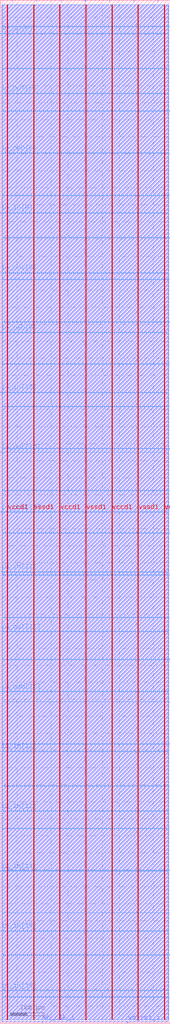
<source format=lef>
VERSION 5.7 ;
  NOWIREEXTENSIONATPIN ON ;
  DIVIDERCHAR "/" ;
  BUSBITCHARS "[]" ;
MACRO user_proj_solar
  CLASS BLOCK ;
  FOREIGN user_proj_solar ;
  ORIGIN 0.000 0.000 ;
  SIZE 500.000 BY 3000.000 ;
  PIN io_in[0]
    DIRECTION INPUT ;
    USE SIGNAL ;
    ANTENNAGATEAREA 0.196500 ;
    PORT
      LAYER met3 ;
        RECT 496.000 76.200 500.000 76.800 ;
    END
  END io_in[0]
  PIN io_in[10]
    DIRECTION INPUT ;
    USE SIGNAL ;
    ANTENNAGATEAREA 0.196500 ;
    PORT
      LAYER met3 ;
        RECT 0.000 1849.640 4.000 1850.240 ;
    END
  END io_in[10]
  PIN io_in[11]
    DIRECTION INPUT ;
    USE SIGNAL ;
    ANTENNAGATEAREA 0.196500 ;
    PORT
      LAYER met3 ;
        RECT 0.000 1323.320 4.000 1323.920 ;
    END
  END io_in[11]
  PIN io_in[12]
    DIRECTION INPUT ;
    USE SIGNAL ;
    PORT
      LAYER met3 ;
        RECT 0.000 797.000 4.000 797.600 ;
    END
  END io_in[12]
  PIN io_in[13]
    DIRECTION INPUT ;
    USE SIGNAL ;
    PORT
      LAYER met3 ;
        RECT 0.000 621.560 4.000 622.160 ;
    END
  END io_in[13]
  PIN io_in[14]
    DIRECTION INPUT ;
    USE SIGNAL ;
    PORT
      LAYER met3 ;
        RECT 0.000 446.120 4.000 446.720 ;
    END
  END io_in[14]
  PIN io_in[15]
    DIRECTION INPUT ;
    USE SIGNAL ;
    PORT
      LAYER met3 ;
        RECT 0.000 270.680 4.000 271.280 ;
    END
  END io_in[15]
  PIN io_in[16]
    DIRECTION INPUT ;
    USE SIGNAL ;
    PORT
      LAYER met3 ;
        RECT 0.000 95.240 4.000 95.840 ;
    END
  END io_in[16]
  PIN io_in[17]
    DIRECTION INPUT ;
    USE SIGNAL ;
    PORT
      LAYER met2 ;
        RECT 463.770 2996.000 464.050 3000.000 ;
    END
  END io_in[17]
  PIN io_in[18]
    DIRECTION INPUT ;
    USE SIGNAL ;
    PORT
      LAYER met2 ;
        RECT 392.470 2996.000 392.750 3000.000 ;
    END
  END io_in[18]
  PIN io_in[19]
    DIRECTION INPUT ;
    USE SIGNAL ;
    PORT
      LAYER met2 ;
        RECT 321.170 2996.000 321.450 3000.000 ;
    END
  END io_in[19]
  PIN io_in[1]
    DIRECTION INPUT ;
    USE SIGNAL ;
    ANTENNAGATEAREA 0.196500 ;
    PORT
      LAYER met3 ;
        RECT 496.000 447.480 500.000 448.080 ;
    END
  END io_in[1]
  PIN io_in[20]
    DIRECTION INPUT ;
    USE SIGNAL ;
    PORT
      LAYER met2 ;
        RECT 249.870 2996.000 250.150 3000.000 ;
    END
  END io_in[20]
  PIN io_in[21]
    DIRECTION INPUT ;
    USE SIGNAL ;
    PORT
      LAYER met2 ;
        RECT 178.570 2996.000 178.850 3000.000 ;
    END
  END io_in[21]
  PIN io_in[22]
    DIRECTION INPUT ;
    USE SIGNAL ;
    PORT
      LAYER met2 ;
        RECT 107.270 2996.000 107.550 3000.000 ;
    END
  END io_in[22]
  PIN io_in[23]
    DIRECTION INPUT ;
    USE SIGNAL ;
    PORT
      LAYER met2 ;
        RECT 35.970 2996.000 36.250 3000.000 ;
    END
  END io_in[23]
  PIN io_in[2]
    DIRECTION INPUT ;
    USE SIGNAL ;
    ANTENNAGATEAREA 0.196500 ;
    PORT
      LAYER met3 ;
        RECT 496.000 818.760 500.000 819.360 ;
    END
  END io_in[2]
  PIN io_in[3]
    DIRECTION INPUT ;
    USE SIGNAL ;
    ANTENNAGATEAREA 0.196500 ;
    PORT
      LAYER met3 ;
        RECT 496.000 1190.040 500.000 1190.640 ;
    END
  END io_in[3]
  PIN io_in[4]
    DIRECTION INPUT ;
    USE SIGNAL ;
    ANTENNAGATEAREA 0.196500 ;
    PORT
      LAYER met3 ;
        RECT 496.000 1561.320 500.000 1561.920 ;
    END
  END io_in[4]
  PIN io_in[5]
    DIRECTION INPUT ;
    USE SIGNAL ;
    ANTENNAGATEAREA 0.196500 ;
    PORT
      LAYER met3 ;
        RECT 496.000 1932.600 500.000 1933.200 ;
    END
  END io_in[5]
  PIN io_in[6]
    DIRECTION INPUT ;
    USE SIGNAL ;
    ANTENNAGATEAREA 0.196500 ;
    PORT
      LAYER met3 ;
        RECT 496.000 2303.880 500.000 2304.480 ;
    END
  END io_in[6]
  PIN io_in[7]
    DIRECTION INPUT ;
    USE SIGNAL ;
    ANTENNAGATEAREA 0.213000 ;
    PORT
      LAYER met3 ;
        RECT 496.000 2675.160 500.000 2675.760 ;
    END
  END io_in[7]
  PIN io_in[8]
    DIRECTION INPUT ;
    USE SIGNAL ;
    ANTENNAGATEAREA 0.213000 ;
    PORT
      LAYER met3 ;
        RECT 0.000 2902.280 4.000 2902.880 ;
    END
  END io_in[8]
  PIN io_in[9]
    DIRECTION INPUT ;
    USE SIGNAL ;
    ANTENNAGATEAREA 0.126000 ;
    PORT
      LAYER met3 ;
        RECT 0.000 2375.960 4.000 2376.560 ;
    END
  END io_in[9]
  PIN io_oeb[0]
    DIRECTION OUTPUT TRISTATE ;
    USE SIGNAL ;
    PORT
      LAYER met3 ;
        RECT 496.000 323.720 500.000 324.320 ;
    END
  END io_oeb[0]
  PIN io_oeb[10]
    DIRECTION OUTPUT TRISTATE ;
    USE SIGNAL ;
    PORT
      LAYER met3 ;
        RECT 0.000 1498.760 4.000 1499.360 ;
    END
  END io_oeb[10]
  PIN io_oeb[11]
    DIRECTION OUTPUT TRISTATE ;
    USE SIGNAL ;
    PORT
      LAYER met3 ;
        RECT 0.000 972.440 4.000 973.040 ;
    END
  END io_oeb[11]
  PIN io_oeb[1]
    DIRECTION OUTPUT TRISTATE ;
    USE SIGNAL ;
    PORT
      LAYER met3 ;
        RECT 496.000 695.000 500.000 695.600 ;
    END
  END io_oeb[1]
  PIN io_oeb[2]
    DIRECTION OUTPUT TRISTATE ;
    USE SIGNAL ;
    PORT
      LAYER met3 ;
        RECT 496.000 1066.280 500.000 1066.880 ;
    END
  END io_oeb[2]
  PIN io_oeb[3]
    DIRECTION OUTPUT TRISTATE ;
    USE SIGNAL ;
    PORT
      LAYER met3 ;
        RECT 496.000 1437.560 500.000 1438.160 ;
    END
  END io_oeb[3]
  PIN io_oeb[4]
    DIRECTION OUTPUT TRISTATE ;
    USE SIGNAL ;
    PORT
      LAYER met3 ;
        RECT 496.000 1808.840 500.000 1809.440 ;
    END
  END io_oeb[4]
  PIN io_oeb[5]
    DIRECTION OUTPUT TRISTATE ;
    USE SIGNAL ;
    PORT
      LAYER met3 ;
        RECT 496.000 2180.120 500.000 2180.720 ;
    END
  END io_oeb[5]
  PIN io_oeb[6]
    DIRECTION OUTPUT TRISTATE ;
    USE SIGNAL ;
    PORT
      LAYER met3 ;
        RECT 496.000 2551.400 500.000 2552.000 ;
    END
  END io_oeb[6]
  PIN io_oeb[7]
    DIRECTION OUTPUT TRISTATE ;
    USE SIGNAL ;
    PORT
      LAYER met3 ;
        RECT 496.000 2922.680 500.000 2923.280 ;
    END
  END io_oeb[7]
  PIN io_oeb[8]
    DIRECTION OUTPUT TRISTATE ;
    USE SIGNAL ;
    PORT
      LAYER met3 ;
        RECT 0.000 2551.400 4.000 2552.000 ;
    END
  END io_oeb[8]
  PIN io_oeb[9]
    DIRECTION OUTPUT TRISTATE ;
    USE SIGNAL ;
    PORT
      LAYER met3 ;
        RECT 0.000 2025.080 4.000 2025.680 ;
    END
  END io_oeb[9]
  PIN io_out[0]
    DIRECTION OUTPUT TRISTATE ;
    USE SIGNAL ;
    ANTENNADIFFAREA 2.673000 ;
    PORT
      LAYER met3 ;
        RECT 496.000 199.960 500.000 200.560 ;
    END
  END io_out[0]
  PIN io_out[10]
    DIRECTION OUTPUT TRISTATE ;
    USE SIGNAL ;
    ANTENNADIFFAREA 2.673000 ;
    PORT
      LAYER met3 ;
        RECT 0.000 1674.200 4.000 1674.800 ;
    END
  END io_out[10]
  PIN io_out[11]
    DIRECTION OUTPUT TRISTATE ;
    USE SIGNAL ;
    ANTENNADIFFAREA 2.673000 ;
    PORT
      LAYER met3 ;
        RECT 0.000 1147.880 4.000 1148.480 ;
    END
  END io_out[11]
  PIN io_out[1]
    DIRECTION OUTPUT TRISTATE ;
    USE SIGNAL ;
    ANTENNADIFFAREA 2.673000 ;
    PORT
      LAYER met3 ;
        RECT 496.000 571.240 500.000 571.840 ;
    END
  END io_out[1]
  PIN io_out[2]
    DIRECTION OUTPUT TRISTATE ;
    USE SIGNAL ;
    ANTENNADIFFAREA 2.673000 ;
    PORT
      LAYER met3 ;
        RECT 496.000 942.520 500.000 943.120 ;
    END
  END io_out[2]
  PIN io_out[3]
    DIRECTION OUTPUT TRISTATE ;
    USE SIGNAL ;
    ANTENNADIFFAREA 2.673000 ;
    PORT
      LAYER met3 ;
        RECT 496.000 1313.800 500.000 1314.400 ;
    END
  END io_out[3]
  PIN io_out[4]
    DIRECTION OUTPUT TRISTATE ;
    USE SIGNAL ;
    ANTENNADIFFAREA 2.673000 ;
    PORT
      LAYER met3 ;
        RECT 496.000 1685.080 500.000 1685.680 ;
    END
  END io_out[4]
  PIN io_out[5]
    DIRECTION OUTPUT TRISTATE ;
    USE SIGNAL ;
    ANTENNADIFFAREA 2.673000 ;
    PORT
      LAYER met3 ;
        RECT 496.000 2056.360 500.000 2056.960 ;
    END
  END io_out[5]
  PIN io_out[6]
    DIRECTION OUTPUT TRISTATE ;
    USE SIGNAL ;
    ANTENNADIFFAREA 2.673000 ;
    PORT
      LAYER met3 ;
        RECT 496.000 2427.640 500.000 2428.240 ;
    END
  END io_out[6]
  PIN io_out[7]
    DIRECTION OUTPUT TRISTATE ;
    USE SIGNAL ;
    ANTENNADIFFAREA 2.673000 ;
    PORT
      LAYER met3 ;
        RECT 496.000 2798.920 500.000 2799.520 ;
    END
  END io_out[7]
  PIN io_out[8]
    DIRECTION OUTPUT TRISTATE ;
    USE SIGNAL ;
    ANTENNADIFFAREA 2.673000 ;
    PORT
      LAYER met3 ;
        RECT 0.000 2726.840 4.000 2727.440 ;
    END
  END io_out[8]
  PIN io_out[9]
    DIRECTION OUTPUT TRISTATE ;
    USE SIGNAL ;
    ANTENNADIFFAREA 2.673000 ;
    PORT
      LAYER met3 ;
        RECT 0.000 2200.520 4.000 2201.120 ;
    END
  END io_out[9]
  PIN vccd1
    DIRECTION INOUT ;
    USE POWER ;
    PORT
      LAYER met4 ;
        RECT 21.040 10.640 22.640 2986.800 ;
    END
    PORT
      LAYER met4 ;
        RECT 174.640 10.640 176.240 2986.800 ;
    END
    PORT
      LAYER met4 ;
        RECT 328.240 10.640 329.840 2986.800 ;
    END
    PORT
      LAYER met4 ;
        RECT 481.840 10.640 483.440 2986.800 ;
    END
  END vccd1
  PIN vssd1
    DIRECTION INOUT ;
    USE GROUND ;
    PORT
      LAYER met4 ;
        RECT 97.840 10.640 99.440 2986.800 ;
    END
    PORT
      LAYER met4 ;
        RECT 251.440 10.640 253.040 2986.800 ;
    END
    PORT
      LAYER met4 ;
        RECT 405.040 10.640 406.640 2986.800 ;
    END
  END vssd1
  PIN wb_clk_i
    DIRECTION INPUT ;
    USE SIGNAL ;
    ANTENNAGATEAREA 0.852000 ;
    ANTENNADIFFAREA 0.434700 ;
    PORT
      LAYER met2 ;
        RECT 124.750 0.000 125.030 4.000 ;
    END
  END wb_clk_i
  PIN wb_rst_i
    DIRECTION INPUT ;
    USE SIGNAL ;
    ANTENNAGATEAREA 0.990000 ;
    PORT
      LAYER met2 ;
        RECT 374.530 0.000 374.810 4.000 ;
    END
  END wb_rst_i
  OBS
      LAYER li1 ;
        RECT 5.520 10.795 494.040 2986.645 ;
      LAYER met1 ;
        RECT 4.670 10.640 494.430 2986.800 ;
      LAYER met2 ;
        RECT 4.690 4.280 494.410 2986.745 ;
        RECT 4.690 4.000 124.470 4.280 ;
        RECT 125.310 4.000 374.250 4.280 ;
        RECT 375.090 4.000 494.410 4.280 ;
      LAYER met3 ;
        RECT 3.990 2923.680 496.000 2986.725 ;
        RECT 3.990 2922.280 495.600 2923.680 ;
        RECT 3.990 2903.280 496.000 2922.280 ;
        RECT 4.400 2901.880 496.000 2903.280 ;
        RECT 3.990 2799.920 496.000 2901.880 ;
        RECT 3.990 2798.520 495.600 2799.920 ;
        RECT 3.990 2727.840 496.000 2798.520 ;
        RECT 4.400 2726.440 496.000 2727.840 ;
        RECT 3.990 2676.160 496.000 2726.440 ;
        RECT 3.990 2674.760 495.600 2676.160 ;
        RECT 3.990 2552.400 496.000 2674.760 ;
        RECT 4.400 2551.000 495.600 2552.400 ;
        RECT 3.990 2428.640 496.000 2551.000 ;
        RECT 3.990 2427.240 495.600 2428.640 ;
        RECT 3.990 2376.960 496.000 2427.240 ;
        RECT 4.400 2375.560 496.000 2376.960 ;
        RECT 3.990 2304.880 496.000 2375.560 ;
        RECT 3.990 2303.480 495.600 2304.880 ;
        RECT 3.990 2201.520 496.000 2303.480 ;
        RECT 4.400 2200.120 496.000 2201.520 ;
        RECT 3.990 2181.120 496.000 2200.120 ;
        RECT 3.990 2179.720 495.600 2181.120 ;
        RECT 3.990 2057.360 496.000 2179.720 ;
        RECT 3.990 2055.960 495.600 2057.360 ;
        RECT 3.990 2026.080 496.000 2055.960 ;
        RECT 4.400 2024.680 496.000 2026.080 ;
        RECT 3.990 1933.600 496.000 2024.680 ;
        RECT 3.990 1932.200 495.600 1933.600 ;
        RECT 3.990 1850.640 496.000 1932.200 ;
        RECT 4.400 1849.240 496.000 1850.640 ;
        RECT 3.990 1809.840 496.000 1849.240 ;
        RECT 3.990 1808.440 495.600 1809.840 ;
        RECT 3.990 1686.080 496.000 1808.440 ;
        RECT 3.990 1684.680 495.600 1686.080 ;
        RECT 3.990 1675.200 496.000 1684.680 ;
        RECT 4.400 1673.800 496.000 1675.200 ;
        RECT 3.990 1562.320 496.000 1673.800 ;
        RECT 3.990 1560.920 495.600 1562.320 ;
        RECT 3.990 1499.760 496.000 1560.920 ;
        RECT 4.400 1498.360 496.000 1499.760 ;
        RECT 3.990 1438.560 496.000 1498.360 ;
        RECT 3.990 1437.160 495.600 1438.560 ;
        RECT 3.990 1324.320 496.000 1437.160 ;
        RECT 4.400 1322.920 496.000 1324.320 ;
        RECT 3.990 1314.800 496.000 1322.920 ;
        RECT 3.990 1313.400 495.600 1314.800 ;
        RECT 3.990 1191.040 496.000 1313.400 ;
        RECT 3.990 1189.640 495.600 1191.040 ;
        RECT 3.990 1148.880 496.000 1189.640 ;
        RECT 4.400 1147.480 496.000 1148.880 ;
        RECT 3.990 1067.280 496.000 1147.480 ;
        RECT 3.990 1065.880 495.600 1067.280 ;
        RECT 3.990 973.440 496.000 1065.880 ;
        RECT 4.400 972.040 496.000 973.440 ;
        RECT 3.990 943.520 496.000 972.040 ;
        RECT 3.990 942.120 495.600 943.520 ;
        RECT 3.990 819.760 496.000 942.120 ;
        RECT 3.990 818.360 495.600 819.760 ;
        RECT 3.990 798.000 496.000 818.360 ;
        RECT 4.400 796.600 496.000 798.000 ;
        RECT 3.990 696.000 496.000 796.600 ;
        RECT 3.990 694.600 495.600 696.000 ;
        RECT 3.990 622.560 496.000 694.600 ;
        RECT 4.400 621.160 496.000 622.560 ;
        RECT 3.990 572.240 496.000 621.160 ;
        RECT 3.990 570.840 495.600 572.240 ;
        RECT 3.990 448.480 496.000 570.840 ;
        RECT 3.990 447.120 495.600 448.480 ;
        RECT 4.400 447.080 495.600 447.120 ;
        RECT 4.400 445.720 496.000 447.080 ;
        RECT 3.990 324.720 496.000 445.720 ;
        RECT 3.990 323.320 495.600 324.720 ;
        RECT 3.990 271.680 496.000 323.320 ;
        RECT 4.400 270.280 496.000 271.680 ;
        RECT 3.990 200.960 496.000 270.280 ;
        RECT 3.990 199.560 495.600 200.960 ;
        RECT 3.990 96.240 496.000 199.560 ;
        RECT 4.400 94.840 496.000 96.240 ;
        RECT 3.990 77.200 496.000 94.840 ;
        RECT 3.990 75.800 495.600 77.200 ;
        RECT 3.990 10.715 496.000 75.800 ;
  END
END user_proj_solar
END LIBRARY


</source>
